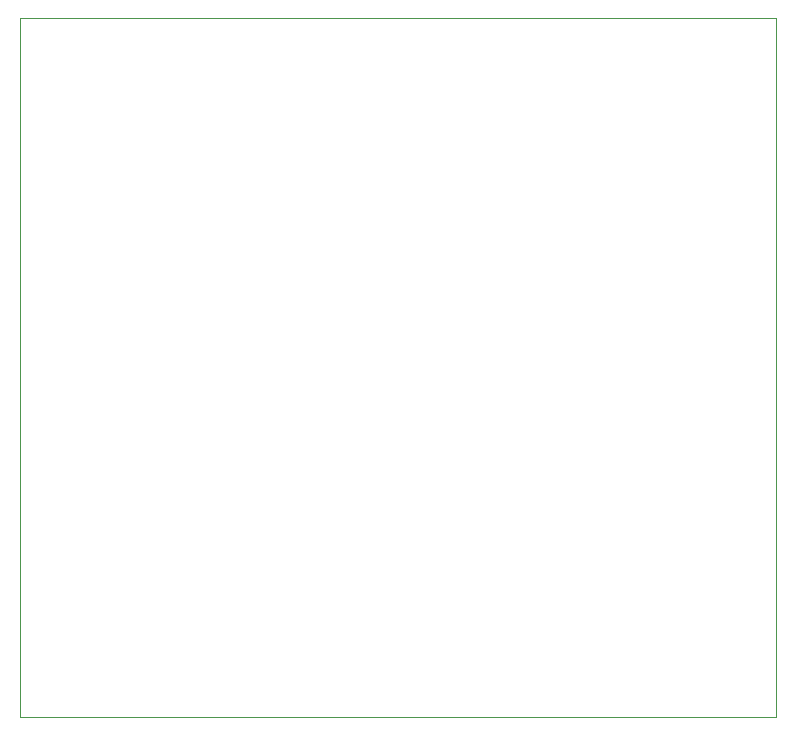
<source format=gbr>
G04 #@! TF.GenerationSoftware,KiCad,Pcbnew,(5.0.2)-1*
G04 #@! TF.CreationDate,2020-02-17T18:51:26+05:30*
G04 #@! TF.ProjectId,mosfet driver,6d6f7366-6574-4206-9472-697665722e6b,rev?*
G04 #@! TF.SameCoordinates,Original*
G04 #@! TF.FileFunction,Profile,NP*
%FSLAX46Y46*%
G04 Gerber Fmt 4.6, Leading zero omitted, Abs format (unit mm)*
G04 Created by KiCad (PCBNEW (5.0.2)-1) date 02/17/20 18:51:26*
%MOMM*%
%LPD*%
G01*
G04 APERTURE LIST*
%ADD10C,0.100000*%
G04 APERTURE END LIST*
D10*
X107696000Y-123190000D02*
X43688000Y-123190000D01*
X107696000Y-182372000D02*
X107696000Y-123190000D01*
X43688000Y-182372000D02*
X107696000Y-182372000D01*
X43688000Y-123190000D02*
X43688000Y-182372000D01*
M02*

</source>
